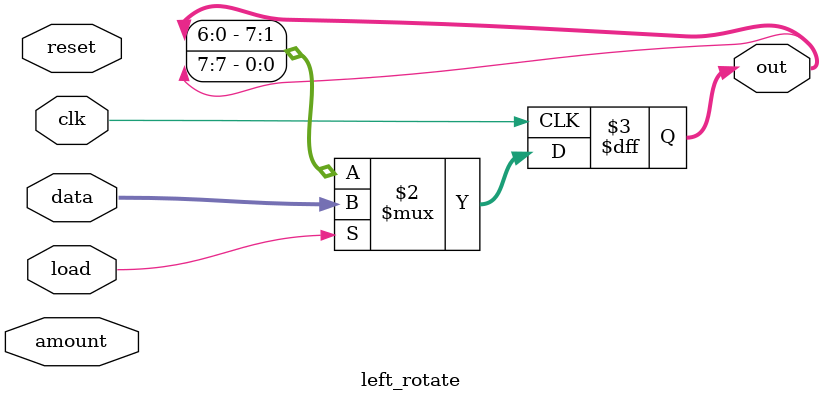
<source format=v>
module left_rotate(clk,reset,amount,data,load,out);
input clk,reset;
input [2:0] amount;
input [7:0] data;
input load;
output reg [7:0] out;
// when load is high, load data to out
// otherwise rotate the out register followed by left shift the out register by amount bits
always @(posedge clk)
	begin
	out = (load) ? data : {out[6:0],out[7]};
	end
endmodule

</source>
